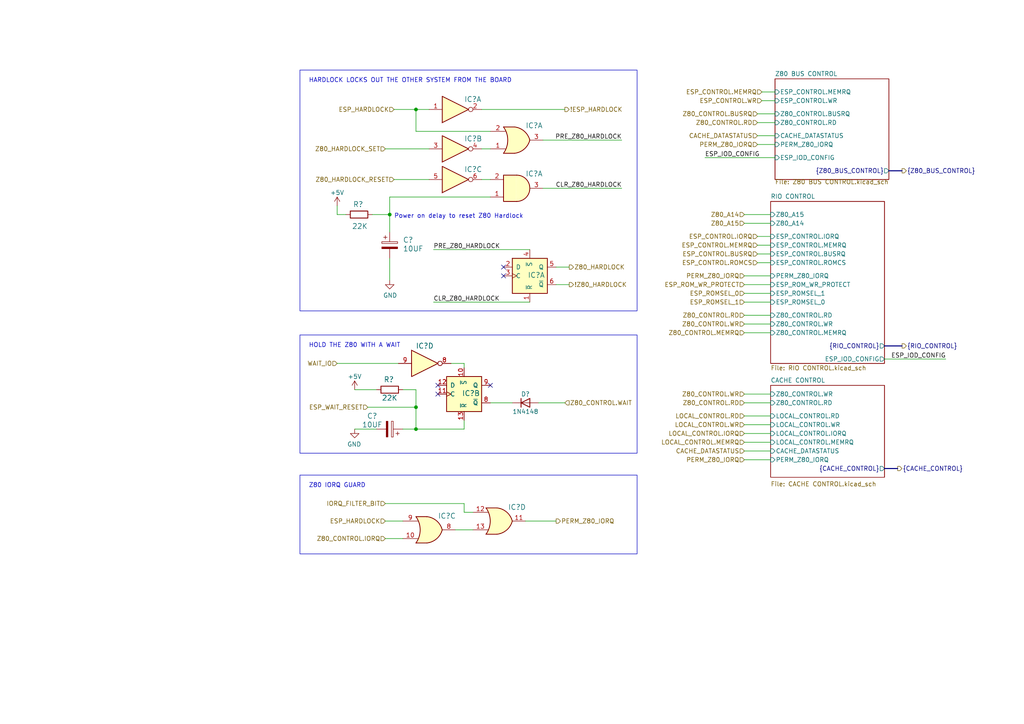
<source format=kicad_sch>
(kicad_sch (version 20230121) (generator eeschema)
  (paper "A4")
  (title_block (comment 1 "This is a 74 series logic implemenation of the GLUE logic for a ZXspectrum FujiNet"))
  (lib_symbols
    (symbol "74xx:74HC04"
      (property "Reference" "U" (at 0 1.27 0))
      (property "Value" "74HC04" (at 0 -1.27 0))
      (symbol "74HC04_1_0"
        (polyline (pts (xy -3.81 3.81) (xy -3.81 -3.81) (xy 3.81 0) (xy -3.81 3.81)) (stroke (width 0.254)) (fill (type background)))
        (pin input line (at -7.62 0 0) (length 3.81) (name "~") (number "1"))
        (pin output inverted (at 7.62 0 180) (length 3.81) (name "~") (number "2"))
      )
      (symbol "74HC04_2_0"
        (polyline (pts (xy -3.81 3.81) (xy -3.81 -3.81) (xy 3.81 0) (xy -3.81 3.81)) (stroke (width 0.254)) (fill (type background)))
        (pin input line (at -7.62 0 0) (length 3.81) (name "~") (number "3"))
        (pin output inverted (at 7.62 0 180) (length 3.81) (name "~") (number "4"))
      )
      (symbol "74HC04_3_0"
        (polyline (pts (xy -3.81 3.81) (xy -3.81 -3.81) (xy 3.81 0) (xy -3.81 3.81)) (stroke (width 0.254)) (fill (type background)))
        (pin input line (at -7.62 0 0) (length 3.81) (name "~") (number "5"))
        (pin output inverted (at 7.62 0 180) (length 3.81) (name "~") (number "6"))
      )
      (symbol "74HC04_4_0"
        (polyline (pts (xy -3.81 3.81) (xy -3.81 -3.81) (xy 3.81 0) (xy -3.81 3.81)) (stroke (width 0.254)) (fill (type background)))
        (pin output inverted (at 7.62 0 180) (length 3.81) (name "~") (number "8"))
        (pin input line (at -7.62 0 0) (length 3.81) (name "~") (number "9"))
      )
      (symbol "74HC04_5_0"
        (polyline (pts (xy -3.81 3.81) (xy -3.81 -3.81) (xy 3.81 0) (xy -3.81 3.81)) (stroke (width 0.254)) (fill (type background)))
        (pin output inverted (at 7.62 0 180) (length 3.81) (name "~") (number "10"))
        (pin input line (at -7.62 0 0) (length 3.81) (name "~") (number "11"))
      )
      (symbol "74HC04_6_0"
        (polyline (pts (xy -3.81 3.81) (xy -3.81 -3.81) (xy 3.81 0) (xy -3.81 3.81)) (stroke (width 0.254)) (fill (type background)))
        (pin output inverted (at 7.62 0 180) (length 3.81) (name "~") (number "12"))
        (pin input line (at -7.62 0 0) (length 3.81) (name "~") (number "13"))
      )
      (symbol "74HC04_7_0"
        (pin power_in line (at 0 12.7 270) (length 5.08) (name "VCC") (number "14"))
        (pin power_in line (at 0 -12.7 90) (length 5.08) (name "GND") (number "7"))
      )
      (symbol "74HC04_7_1"
        (rectangle (start -5.08 7.62) (end 5.08 -7.62) (stroke (width 0.254)) (fill (type background)))
      )
    )
    (symbol "74xx:74HC74" (pin_names (offset 1.016))
      (property "Reference" "U" (at -7.62 8.89 0))
      (property "Value" "74HC74" (at -7.62 -8.89 0))
      (symbol "74HC74_1_0"
        (pin input line (at 0 -7.62 90) (length 2.54) (name "~{R}") (number "1"))
        (pin input line (at -7.62 2.54 0) (length 2.54) (name "D") (number "2"))
        (pin input clock (at -7.62 0 0) (length 2.54) (name "C") (number "3"))
        (pin input line (at 0 7.62 270) (length 2.54) (name "~{S}") (number "4"))
        (pin output line (at 7.62 2.54 180) (length 2.54) (name "Q") (number "5"))
        (pin output line (at 7.62 -2.54 180) (length 2.54) (name "~{Q}") (number "6"))
      )
      (symbol "74HC74_1_1"
        (rectangle (start -5.08 5.08) (end 5.08 -5.08) (stroke (width 0.254)) (fill (type background)))
      )
      (symbol "74HC74_2_0"
        (pin input line (at 0 7.62 270) (length 2.54) (name "~{S}") (number "10"))
        (pin input clock (at -7.62 0 0) (length 2.54) (name "C") (number "11"))
        (pin input line (at -7.62 2.54 0) (length 2.54) (name "D") (number "12"))
        (pin input line (at 0 -7.62 90) (length 2.54) (name "~{R}") (number "13"))
        (pin output line (at 7.62 -2.54 180) (length 2.54) (name "~{Q}") (number "8"))
        (pin output line (at 7.62 2.54 180) (length 2.54) (name "Q") (number "9"))
      )
      (symbol "74HC74_2_1"
        (rectangle (start -5.08 5.08) (end 5.08 -5.08) (stroke (width 0.254)) (fill (type background)))
      )
      (symbol "74HC74_3_0"
        (pin power_in line (at 0 10.16 270) (length 2.54) (name "VCC") (number "14"))
        (pin power_in line (at 0 -10.16 90) (length 2.54) (name "GND") (number "7"))
      )
      (symbol "74HC74_3_1"
        (rectangle (start -5.08 7.62) (end 5.08 -7.62) (stroke (width 0.254)) (fill (type background)))
      )
    )
    (symbol "74xx:74LS08" (pin_names (offset 1.016))
      (property "Reference" "U" (at 0 1.27 0))
      (property "Value" "74LS08" (at 0 -1.27 0))
      (symbol "74LS08_1_1"
        (arc (start 0 -3.81) (mid 3.7934 0) (end 0 3.81) (stroke (width 0.254)) (fill (type background)))
        (polyline (pts (xy 0 3.81) (xy -3.81 3.81) (xy -3.81 -3.81) (xy 0 -3.81)) (stroke (width 0.254)) (fill (type background)))
        (pin input line (at -7.62 2.54 0) (length 3.81) (name "~") (number "1"))
        (pin input line (at -7.62 -2.54 0) (length 3.81) (name "~") (number "2"))
        (pin output line (at 7.62 0 180) (length 3.81) (name "~") (number "3"))
      )
      (symbol "74LS08_1_2"
        (arc (start -3.81 -3.81) (mid -2.589 0) (end -3.81 3.81) (stroke (width 0.254)))
        (arc (start -0.6096 -3.81) (mid 2.1842 -2.5851) (end 3.81 0) (stroke (width 0.254)) (fill (type background)))
        (polyline (pts (xy -3.81 -3.81) (xy -0.635 -3.81)) (stroke (width 0.254)) (fill (type background)))
        (polyline (pts (xy -3.81 3.81) (xy -0.635 3.81)) (stroke (width 0.254)) (fill (type background)))
        (polyline (pts (xy -0.635 3.81) (xy -3.81 3.81) (xy -3.81 3.81) (xy -3.556 3.4036) (xy -3.0226 2.2606) (xy -2.6924 1.0414) (xy -2.6162 -0.254) (xy -2.7686 -1.4986) (xy -3.175 -2.7178) (xy -3.81 -3.81) (xy -3.81 -3.81) (xy -0.635 -3.81)) (stroke (width -25.4)) (fill (type background)))
        (arc (start 3.81 0) (mid 2.1915 2.5936) (end -0.6096 3.81) (stroke (width 0.254)) (fill (type background)))
        (pin input inverted (at -7.62 2.54 0) (length 4.318) (name "~") (number "1"))
        (pin input inverted (at -7.62 -2.54 0) (length 4.318) (name "~") (number "2"))
        (pin output inverted (at 7.62 0 180) (length 3.81) (name "~") (number "3"))
      )
      (symbol "74LS08_2_1"
        (arc (start 0 -3.81) (mid 3.7934 0) (end 0 3.81) (stroke (width 0.254)) (fill (type background)))
        (polyline (pts (xy 0 3.81) (xy -3.81 3.81) (xy -3.81 -3.81) (xy 0 -3.81)) (stroke (width 0.254)) (fill (type background)))
        (pin input line (at -7.62 2.54 0) (length 3.81) (name "~") (number "4"))
        (pin input line (at -7.62 -2.54 0) (length 3.81) (name "~") (number "5"))
        (pin output line (at 7.62 0 180) (length 3.81) (name "~") (number "6"))
      )
      (symbol "74LS08_2_2"
        (arc (start -3.81 -3.81) (mid -2.589 0) (end -3.81 3.81) (stroke (width 0.254)))
        (arc (start -0.6096 -3.81) (mid 2.1842 -2.5851) (end 3.81 0) (stroke (width 0.254)) (fill (type background)))
        (polyline (pts (xy -3.81 -3.81) (xy -0.635 -3.81)) (stroke (width 0.254)) (fill (type background)))
        (polyline (pts (xy -3.81 3.81) (xy -0.635 3.81)) (stroke (width 0.254)) (fill (type background)))
        (polyline (pts (xy -0.635 3.81) (xy -3.81 3.81) (xy -3.81 3.81) (xy -3.556 3.4036) (xy -3.0226 2.2606) (xy -2.6924 1.0414) (xy -2.6162 -0.254) (xy -2.7686 -1.4986) (xy -3.175 -2.7178) (xy -3.81 -3.81) (xy -3.81 -3.81) (xy -0.635 -3.81)) (stroke (width -25.4)) (fill (type background)))
        (arc (start 3.81 0) (mid 2.1915 2.5936) (end -0.6096 3.81) (stroke (width 0.254)) (fill (type background)))
        (pin input inverted (at -7.62 2.54 0) (length 4.318) (name "~") (number "4"))
        (pin input inverted (at -7.62 -2.54 0) (length 4.318) (name "~") (number "5"))
        (pin output inverted (at 7.62 0 180) (length 3.81) (name "~") (number "6"))
      )
      (symbol "74LS08_3_1"
        (arc (start 0 -3.81) (mid 3.7934 0) (end 0 3.81) (stroke (width 0.254)) (fill (type background)))
        (polyline (pts (xy 0 3.81) (xy -3.81 3.81) (xy -3.81 -3.81) (xy 0 -3.81)) (stroke (width 0.254)) (fill (type background)))
        (pin input line (at -7.62 -2.54 0) (length 3.81) (name "~") (number "10"))
        (pin output line (at 7.62 0 180) (length 3.81) (name "~") (number "8"))
        (pin input line (at -7.62 2.54 0) (length 3.81) (name "~") (number "9"))
      )
      (symbol "74LS08_3_2"
        (arc (start -3.81 -3.81) (mid -2.589 0) (end -3.81 3.81) (stroke (width 0.254)))
        (arc (start -0.6096 -3.81) (mid 2.1842 -2.5851) (end 3.81 0) (stroke (width 0.254)) (fill (type background)))
        (polyline (pts (xy -3.81 -3.81) (xy -0.635 -3.81)) (stroke (width 0.254)) (fill (type background)))
        (polyline (pts (xy -3.81 3.81) (xy -0.635 3.81)) (stroke (width 0.254)) (fill (type background)))
        (polyline (pts (xy -0.635 3.81) (xy -3.81 3.81) (xy -3.81 3.81) (xy -3.556 3.4036) (xy -3.0226 2.2606) (xy -2.6924 1.0414) (xy -2.6162 -0.254) (xy -2.7686 -1.4986) (xy -3.175 -2.7178) (xy -3.81 -3.81) (xy -3.81 -3.81) (xy -0.635 -3.81)) (stroke (width -25.4)) (fill (type background)))
        (arc (start 3.81 0) (mid 2.1915 2.5936) (end -0.6096 3.81) (stroke (width 0.254)) (fill (type background)))
        (pin input inverted (at -7.62 -2.54 0) (length 4.318) (name "~") (number "10"))
        (pin output inverted (at 7.62 0 180) (length 3.81) (name "~") (number "8"))
        (pin input inverted (at -7.62 2.54 0) (length 4.318) (name "~") (number "9"))
      )
      (symbol "74LS08_4_1"
        (arc (start 0 -3.81) (mid 3.7934 0) (end 0 3.81) (stroke (width 0.254)) (fill (type background)))
        (polyline (pts (xy 0 3.81) (xy -3.81 3.81) (xy -3.81 -3.81) (xy 0 -3.81)) (stroke (width 0.254)) (fill (type background)))
        (pin output line (at 7.62 0 180) (length 3.81) (name "~") (number "11"))
        (pin input line (at -7.62 2.54 0) (length 3.81) (name "~") (number "12"))
        (pin input line (at -7.62 -2.54 0) (length 3.81) (name "~") (number "13"))
      )
      (symbol "74LS08_4_2"
        (arc (start -3.81 -3.81) (mid -2.589 0) (end -3.81 3.81) (stroke (width 0.254)))
        (arc (start -0.6096 -3.81) (mid 2.1842 -2.5851) (end 3.81 0) (stroke (width 0.254)) (fill (type background)))
        (polyline (pts (xy -3.81 -3.81) (xy -0.635 -3.81)) (stroke (width 0.254)) (fill (type background)))
        (polyline (pts (xy -3.81 3.81) (xy -0.635 3.81)) (stroke (width 0.254)) (fill (type background)))
        (polyline (pts (xy -0.635 3.81) (xy -3.81 3.81) (xy -3.81 3.81) (xy -3.556 3.4036) (xy -3.0226 2.2606) (xy -2.6924 1.0414) (xy -2.6162 -0.254) (xy -2.7686 -1.4986) (xy -3.175 -2.7178) (xy -3.81 -3.81) (xy -3.81 -3.81) (xy -0.635 -3.81)) (stroke (width -25.4)) (fill (type background)))
        (arc (start 3.81 0) (mid 2.1915 2.5936) (end -0.6096 3.81) (stroke (width 0.254)) (fill (type background)))
        (pin output inverted (at 7.62 0 180) (length 3.81) (name "~") (number "11"))
        (pin input inverted (at -7.62 2.54 0) (length 4.318) (name "~") (number "12"))
        (pin input inverted (at -7.62 -2.54 0) (length 4.318) (name "~") (number "13"))
      )
      (symbol "74LS08_5_0"
        (pin power_in line (at 0 12.7 270) (length 5.08) (name "VCC") (number "14"))
        (pin power_in line (at 0 -12.7 90) (length 5.08) (name "GND") (number "7"))
      )
      (symbol "74LS08_5_1"
        (rectangle (start -5.08 7.62) (end 5.08 -7.62) (stroke (width 0.254)) (fill (type background)))
      )
    )
    (symbol "74xx:74LS32" (pin_names (offset 1.016))
      (property "Reference" "U" (at 0 1.27 0))
      (property "Value" "74LS32" (at 0 -1.27 0))
      (symbol "74LS32_1_1"
        (arc (start -3.81 -3.81) (mid -2.589 0) (end -3.81 3.81) (stroke (width 0.254)))
        (arc (start -0.6096 -3.81) (mid 2.1842 -2.5851) (end 3.81 0) (stroke (width 0.254)) (fill (type background)))
        (polyline (pts (xy -3.81 -3.81) (xy -0.635 -3.81)) (stroke (width 0.254)) (fill (type background)))
        (polyline (pts (xy -3.81 3.81) (xy -0.635 3.81)) (stroke (width 0.254)) (fill (type background)))
        (polyline (pts (xy -0.635 3.81) (xy -3.81 3.81) (xy -3.81 3.81) (xy -3.556 3.4036) (xy -3.0226 2.2606) (xy -2.6924 1.0414) (xy -2.6162 -0.254) (xy -2.7686 -1.4986) (xy -3.175 -2.7178) (xy -3.81 -3.81) (xy -3.81 -3.81) (xy -0.635 -3.81)) (stroke (width -25.4)) (fill (type background)))
        (arc (start 3.81 0) (mid 2.1915 2.5936) (end -0.6096 3.81) (stroke (width 0.254)) (fill (type background)))
        (pin input line (at -7.62 2.54 0) (length 4.318) (name "~") (number "1"))
        (pin input line (at -7.62 -2.54 0) (length 4.318) (name "~") (number "2"))
        (pin output line (at 7.62 0 180) (length 3.81) (name "~") (number "3"))
      )
      (symbol "74LS32_1_2"
        (arc (start 0 -3.81) (mid 3.7934 0) (end 0 3.81) (stroke (width 0.254)) (fill (type background)))
        (polyline (pts (xy 0 3.81) (xy -3.81 3.81) (xy -3.81 -3.81) (xy 0 -3.81)) (stroke (width 0.254)) (fill (type background)))
        (pin input inverted (at -7.62 2.54 0) (length 3.81) (name "~") (number "1"))
        (pin input inverted (at -7.62 -2.54 0) (length 3.81) (name "~") (number "2"))
        (pin output inverted (at 7.62 0 180) (length 3.81) (name "~") (number "3"))
      )
      (symbol "74LS32_2_1"
        (arc (start -3.81 -3.81) (mid -2.589 0) (end -3.81 3.81) (stroke (width 0.254)))
        (arc (start -0.6096 -3.81) (mid 2.1842 -2.5851) (end 3.81 0) (stroke (width 0.254)) (fill (type background)))
        (polyline (pts (xy -3.81 -3.81) (xy -0.635 -3.81)) (stroke (width 0.254)) (fill (type background)))
        (polyline (pts (xy -3.81 3.81) (xy -0.635 3.81)) (stroke (width 0.254)) (fill (type background)))
        (polyline (pts (xy -0.635 3.81) (xy -3.81 3.81) (xy -3.81 3.81) (xy -3.556 3.4036) (xy -3.0226 2.2606) (xy -2.6924 1.0414) (xy -2.6162 -0.254) (xy -2.7686 -1.4986) (xy -3.175 -2.7178) (xy -3.81 -3.81) (xy -3.81 -3.81) (xy -0.635 -3.81)) (stroke (width -25.4)) (fill (type background)))
        (arc (start 3.81 0) (mid 2.1915 2.5936) (end -0.6096 3.81) (stroke (width 0.254)) (fill (type background)))
        (pin input line (at -7.62 2.54 0) (length 4.318) (name "~") (number "4"))
        (pin input line (at -7.62 -2.54 0) (length 4.318) (name "~") (number "5"))
        (pin output line (at 7.62 0 180) (length 3.81) (name "~") (number "6"))
      )
      (symbol "74LS32_2_2"
        (arc (start 0 -3.81) (mid 3.7934 0) (end 0 3.81) (stroke (width 0.254)) (fill (type background)))
        (polyline (pts (xy 0 3.81) (xy -3.81 3.81) (xy -3.81 -3.81) (xy 0 -3.81)) (stroke (width 0.254)) (fill (type background)))
        (pin input inverted (at -7.62 2.54 0) (length 3.81) (name "~") (number "4"))
        (pin input inverted (at -7.62 -2.54 0) (length 3.81) (name "~") (number "5"))
        (pin output inverted (at 7.62 0 180) (length 3.81) (name "~") (number "6"))
      )
      (symbol "74LS32_3_1"
        (arc (start -3.81 -3.81) (mid -2.589 0) (end -3.81 3.81) (stroke (width 0.254)))
        (arc (start -0.6096 -3.81) (mid 2.1842 -2.5851) (end 3.81 0) (stroke (width 0.254)) (fill (type background)))
        (polyline (pts (xy -3.81 -3.81) (xy -0.635 -3.81)) (stroke (width 0.254)) (fill (type background)))
        (polyline (pts (xy -3.81 3.81) (xy -0.635 3.81)) (stroke (width 0.254)) (fill (type background)))
        (polyline (pts (xy -0.635 3.81) (xy -3.81 3.81) (xy -3.81 3.81) (xy -3.556 3.4036) (xy -3.0226 2.2606) (xy -2.6924 1.0414) (xy -2.6162 -0.254) (xy -2.7686 -1.4986) (xy -3.175 -2.7178) (xy -3.81 -3.81) (xy -3.81 -3.81) (xy -0.635 -3.81)) (stroke (width -25.4)) (fill (type background)))
        (arc (start 3.81 0) (mid 2.1915 2.5936) (end -0.6096 3.81) (stroke (width 0.254)) (fill (type background)))
        (pin input line (at -7.62 -2.54 0) (length 4.318) (name "~") (number "10"))
        (pin output line (at 7.62 0 180) (length 3.81) (name "~") (number "8"))
        (pin input line (at -7.62 2.54 0) (length 4.318) (name "~") (number "9"))
      )
      (symbol "74LS32_3_2"
        (arc (start 0 -3.81) (mid 3.7934 0) (end 0 3.81) (stroke (width 0.254)) (fill (type background)))
        (polyline (pts (xy 0 3.81) (xy -3.81 3.81) (xy -3.81 -3.81) (xy 0 -3.81)) (stroke (width 0.254)) (fill (type background)))
        (pin input inverted (at -7.62 -2.54 0) (length 3.81) (name "~") (number "10"))
        (pin output inverted (at 7.62 0 180) (length 3.81) (name "~") (number "8"))
        (pin input inverted (at -7.62 2.54 0) (length 3.81) (name "~") (number "9"))
      )
      (symbol "74LS32_4_1"
        (arc (start -3.81 -3.81) (mid -2.589 0) (end -3.81 3.81) (stroke (width 0.254)))
        (arc (start -0.6096 -3.81) (mid 2.1842 -2.5851) (end 3.81 0) (stroke (width 0.254)) (fill (type background)))
        (polyline (pts (xy -3.81 -3.81) (xy -0.635 -3.81)) (stroke (width 0.254)) (fill (type background)))
        (polyline (pts (xy -3.81 3.81) (xy -0.635 3.81)) (stroke (width 0.254)) (fill (type background)))
        (polyline (pts (xy -0.635 3.81) (xy -3.81 3.81) (xy -3.81 3.81) (xy -3.556 3.4036) (xy -3.0226 2.2606) (xy -2.6924 1.0414) (xy -2.6162 -0.254) (xy -2.7686 -1.4986) (xy -3.175 -2.7178) (xy -3.81 -3.81) (xy -3.81 -3.81) (xy -0.635 -3.81)) (stroke (width -25.4)) (fill (type background)))
        (arc (start 3.81 0) (mid 2.1915 2.5936) (end -0.6096 3.81) (stroke (width 0.254)) (fill (type background)))
        (pin output line (at 7.62 0 180) (length 3.81) (name "~") (number "11"))
        (pin input line (at -7.62 2.54 0) (length 4.318) (name "~") (number "12"))
        (pin input line (at -7.62 -2.54 0) (length 4.318) (name "~") (number "13"))
      )
      (symbol "74LS32_4_2"
        (arc (start 0 -3.81) (mid 3.7934 0) (end 0 3.81) (stroke (width 0.254)) (fill (type background)))
        (polyline (pts (xy 0 3.81) (xy -3.81 3.81) (xy -3.81 -3.81) (xy 0 -3.81)) (stroke (width 0.254)) (fill (type background)))
        (pin output inverted (at 7.62 0 180) (length 3.81) (name "~") (number "11"))
        (pin input inverted (at -7.62 2.54 0) (length 3.81) (name "~") (number "12"))
        (pin input inverted (at -7.62 -2.54 0) (length 3.81) (name "~") (number "13"))
      )
      (symbol "74LS32_5_0"
        (pin power_in line (at 0 12.7 270) (length 5.08) (name "VCC") (number "14"))
        (pin power_in line (at 0 -12.7 90) (length 5.08) (name "GND") (number "7"))
      )
      (symbol "74LS32_5_1"
        (rectangle (start -5.08 7.62) (end 5.08 -7.62) (stroke (width 0.254)) (fill (type background)))
      )
    )
    (symbol "Device:C_Polarized" (pin_numbers hide) (pin_names (offset 0.254))
      (property "Reference" "C" (at 0.635 2.54 0))
      (property "Value" "C_Polarized" (at 0.635 -2.54 0))
      (symbol "C_Polarized_0_1"
        (rectangle (start -2.286 0.508) (end 2.286 1.016))
        (polyline (pts (xy -1.778 2.286) (xy -0.762 2.286)))
        (polyline (pts (xy -1.27 2.794) (xy -1.27 1.778)))
        (rectangle (start 2.286 -0.508) (end -2.286 -1.016) (fill (type outline)))
      )
      (symbol "C_Polarized_1_1"
        (pin passive line (at 0 3.81 270) (length 2.794) (name "~") (number "1"))
        (pin passive line (at 0 -3.81 90) (length 2.794) (name "~") (number "2"))
      )
    )
    (symbol "Device:D" (pin_numbers hide) (pin_names (offset 1.016) hide)
      (property "Reference" "D" (at 0 2.54 0))
      (property "Value" "D" (at 0 -2.54 0))
      (symbol "D_0_1"
        (polyline (pts (xy -1.27 1.27) (xy -1.27 -1.27)) (stroke (width 0.254)))
        (polyline (pts (xy 1.27 0) (xy -1.27 0)))
        (polyline (pts (xy 1.27 1.27) (xy 1.27 -1.27) (xy -1.27 0) (xy 1.27 1.27)) (stroke (width 0.254)))
      )
      (symbol "D_1_1"
        (pin passive line (at -3.81 0 0) (length 2.54) (name "K") (number "1"))
        (pin passive line (at 3.81 0 180) (length 2.54) (name "A") (number "2"))
      )
    )
    (symbol "Device:R" (pin_numbers hide) (pin_names (offset 0))
      (property "Reference" "R" (at 2.032 0 90))
      (property "Value" "R" (at 0 0 90))
      (symbol "R_0_1"
        (rectangle (start -1.016 -2.54) (end 1.016 2.54) (stroke (width 0.254)))
      )
      (symbol "R_1_1"
        (pin passive line (at 0 3.81 270) (length 1.27) (name "~") (number "1"))
        (pin passive line (at 0 -3.81 90) (length 1.27) (name "~") (number "2"))
      )
    )
    (symbol "power:+5V" (power) (pin_names (offset 0))
      (property "Value" "+5V" (at 0 3.556 0))
      (symbol "+5V_0_1"
        (polyline (pts (xy -0.762 1.27) (xy 0 2.54)))
        (polyline (pts (xy 0 0) (xy 0 2.54)))
        (polyline (pts (xy 0 2.54) (xy 0.762 1.27)))
      )
      (symbol "+5V_1_1"
        (pin power_in line (at 0 0 90) (length 0) hide (name "+5V") (number "1"))
      )
    )
    (symbol "power:GND" (power) (pin_names (offset 0))
      (property "Value" "GND" (at 0 -3.81 0))
      (symbol "GND_0_1"
        (polyline (pts (xy 0 0) (xy 0 -1.27) (xy 1.27 -1.27) (xy 0 -2.54) (xy -1.27 -1.27) (xy 0 -1.27)))
      )
      (symbol "GND_1_1"
        (pin power_in line (at 0 0 270) (length 0) hide (name "GND") (number "1"))
      )
    )
  )
  (bus_alias "RIO_CONTROL" (members "RIO_CONTROL.A16" "RIO_CONTROL.A15" "RIO_CONTROL.A14" "RIO_CONTROL.WE" "RIO_CONTROL.CE" "RIO_CONTROL.OE" "RIO_CONTROL.ROM_RDY"))
  (bus_alias "Z80_BUS_CONTROL" (members "Z80_BUS_CONTROL.Z80_DATA_DIR" "Z80_BUS_CONTROL.Z80_DATA_OE" "Z80_BUS_CONTROL.Z80_ADD_DIR" "Z80_BUS_CONTROL.Z80_ADD_OE"))
  (bus_alias "CACHE_CONTROL" (members "CACHE_CONTROL.A16" "CACHE_CONTROL.WE" "CACHE_CONTROL.OE" "CACHE_CONTROL.CS" "CACHE_CONTROL.DATASTATUS+PERM_Z80_IORQ"))
  (junction (at 120.65 124.46))
  (junction (at 120.65 31.75))
  (junction (at 113.03 62.23))
  (junction (at 120.65 118.11))
  (no_connect (at 146.05 80.01))
  (no_connect (at 146.05 77.47))
  (no_connect (at 142.24 111.76))
  (no_connect (at 127 111.76))
  (no_connect (at 127 114.3))
  (wire (pts (xy 139.7 43.18) (xy 142.24 43.18)))
  (wire (pts (xy 220.98 29.21) (xy 224.79 29.21)))
  (wire (pts (xy 102.87 113.03) (xy 109.22 113.03)))
  (wire (pts (xy 113.03 57.15) (xy 142.24 57.15)))
  (wire (pts (xy 116.84 124.46) (xy 120.65 124.46)))
  (wire (pts (xy 157.48 54.61) (xy 180.34 54.61)))
  (wire (pts (xy 215.9 91.44) (xy 223.52 91.44)))
  (wire (pts (xy 139.7 31.75) (xy 163.83 31.75)))
  (wire (pts (xy 215.9 85.09) (xy 223.52 85.09)))
  (wire (pts (xy 142.24 38.1) (xy 120.65 38.1)))
  (wire (pts (xy 125.73 72.39) (xy 153.67 72.39)))
  (wire (pts (xy 215.9 114.3) (xy 223.52 114.3)))
  (wire (pts (xy 124.46 52.07) (xy 114.3 52.07)))
  (wire (pts (xy 165.1 77.47) (xy 161.29 77.47)))
  (wire (pts (xy 116.84 151.13) (xy 111.76 151.13)))
  (wire (pts (xy 215.9 125.73) (xy 223.52 125.73)))
  (wire (pts (xy 124.46 43.18) (xy 111.76 43.18)))
  (wire (pts (xy 97.79 105.41) (xy 115.57 105.41)))
  (wire (pts (xy 223.52 133.35) (xy 215.9 133.35)))
  (wire (pts (xy 111.76 146.05) (xy 134.62 146.05)))
  (wire (pts (xy 215.9 80.01) (xy 223.52 80.01)))
  (wire (pts (xy 142.24 116.84) (xy 148.59 116.84)))
  (wire (pts (xy 157.48 40.64) (xy 180.34 40.64)))
  (wire (pts (xy 219.71 41.91) (xy 224.79 41.91)))
  (wire (pts (xy 120.65 113.03) (xy 116.84 113.03)))
  (wire (pts (xy 152.4 151.13) (xy 161.29 151.13)))
  (wire (pts (xy 219.71 35.56) (xy 224.79 35.56)))
  (wire (pts (xy 139.7 52.07) (xy 142.24 52.07)))
  (wire (pts (xy 156.21 116.84) (xy 163.83 116.84)))
  (wire (pts (xy 120.65 124.46) (xy 134.62 124.46)))
  (wire (pts (xy 256.54 104.14) (xy 274.32 104.14)))
  (wire (pts (xy 161.29 82.55) (xy 165.1 82.55)))
  (wire (pts (xy 120.65 118.11) (xy 120.65 124.46)))
  (wire (pts (xy 97.79 59.69) (xy 97.79 62.23)))
  (wire (pts (xy 132.08 153.67) (xy 137.16 153.67)))
  (wire (pts (xy 220.98 26.67) (xy 224.79 26.67)))
  (wire (pts (xy 219.71 33.02) (xy 224.79 33.02)))
  (wire (pts (xy 215.9 82.55) (xy 223.52 82.55)))
  (wire (pts (xy 120.65 31.75) (xy 114.3 31.75)))
  (wire (pts (xy 215.9 62.23) (xy 223.52 62.23)))
  (wire (pts (xy 137.16 148.59) (xy 134.62 148.59)))
  (wire (pts (xy 219.71 71.12) (xy 223.52 71.12)))
  (wire (pts (xy 97.79 62.23) (xy 100.33 62.23)))
  (wire (pts (xy 219.71 76.2) (xy 223.52 76.2)))
  (wire (pts (xy 134.62 106.68) (xy 134.62 105.41)))
  (wire (pts (xy 215.9 120.65) (xy 223.52 120.65)))
  (wire (pts (xy 134.62 148.59) (xy 134.62 146.05)))
  (wire (pts (xy 204.47 45.72) (xy 224.79 45.72)))
  (bus (pts (xy 260.35 135.89) (xy 256.54 135.89)))
  (wire (pts (xy 219.71 68.58) (xy 223.52 68.58)))
  (wire (pts (xy 215.9 93.98) (xy 223.52 93.98)))
  (wire (pts (xy 215.9 128.27) (xy 223.52 128.27)))
  (wire (pts (xy 120.65 38.1) (xy 120.65 31.75)))
  (wire (pts (xy 116.84 156.21) (xy 111.76 156.21)))
  (wire (pts (xy 130.81 105.41) (xy 134.62 105.41)))
  (wire (pts (xy 215.9 96.52) (xy 223.52 96.52)))
  (wire (pts (xy 120.65 113.03) (xy 120.65 118.11)))
  (wire (pts (xy 107.95 62.23) (xy 113.03 62.23)))
  (wire (pts (xy 113.03 62.23) (xy 113.03 67.31)))
  (wire (pts (xy 215.9 64.77) (xy 223.52 64.77)))
  (wire (pts (xy 125.73 87.63) (xy 153.67 87.63)))
  (wire (pts (xy 113.03 57.15) (xy 113.03 62.23)))
  (wire (pts (xy 215.9 130.81) (xy 223.52 130.81)))
  (wire (pts (xy 215.9 87.63) (xy 223.52 87.63)))
  (wire (pts (xy 219.71 73.66) (xy 223.52 73.66)))
  (wire (pts (xy 219.71 39.37) (xy 224.79 39.37)))
  (wire (pts (xy 113.03 74.93) (xy 113.03 81.28)))
  (bus (pts (xy 257.81 49.53) (xy 261.62 49.53)))
  (wire (pts (xy 124.46 31.75) (xy 120.65 31.75)))
  (wire (pts (xy 215.9 116.84) (xy 223.52 116.84)))
  (wire (pts (xy 215.9 123.19) (xy 223.52 123.19)))
  (bus (pts (xy 256.54 100.33) (xy 261.62 100.33)))
  (wire (pts (xy 102.87 124.46) (xy 109.22 124.46)))
  (wire (pts (xy 134.62 124.46) (xy 134.62 121.92)))
  (wire (pts (xy 106.68 118.11) (xy 120.65 118.11)))
  (rectangle (start 86.995 97.155) (end 184.785 131.445))
  (rectangle (start 86.995 20.32) (end 184.785 90.17))
  (rectangle (start 86.995 137.795) (end 184.785 160.655))
  (text "HARDLOCK LOCKS OUT THE OTHER SYSTEM FROM THE BOARD" (at 89.535 24.13 0) (effects (font (size 1.27 1.27)) (justify left bottom)))
  (text "Power on delay to reset Z80 Hardlock\n" (at 114.3 63.5 0) (effects (font (size 1.27 1.27)) (justify left bottom)))
  (text "HOLD THE Z80 WITH A WAIT" (at 89.535 100.965 0) (effects (font (size 1.27 1.27)) (justify left bottom)))
  (text "Z80 IORQ GUARD" (at 89.535 141.605 0) (effects (font (size 1.27 1.27)) (justify left bottom)))
  (label "CLR_Z80_HARDLOCK" (at 125.73 87.63 0))
  (label "PRE_Z80_HARDLOCK" (at 180.34 40.64 180))
  (label "ESP_IOD_CONFIG" (at 204.47 45.72 0))
  (label "ESP_IOD_CONFIG" (at 274.32 104.14 180))
  (label "CLR_Z80_HARDLOCK" (at 180.34 54.61 180))
  (label "PRE_Z80_HARDLOCK" (at 125.73 72.39 0))
  (hierarchical_label "PERM_Z80_IORQ" (shape output) (at 161.29 151.13 0))
  (hierarchical_label "{Z80_BUS_CONTROL}" (shape output) (at 261.62 49.53 0))
  (hierarchical_label "LOCAL_CONTROL.WR" (shape input) (at 215.9 123.19 180))
  (hierarchical_label "Z80_CONTROL.BUSRQ" (shape input) (at 219.71 33.02 180))
  (hierarchical_label "ESP_ROMSEL_0" (shape input) (at 215.9 85.09 180))
  (hierarchical_label "{RIO_CONTROL}" (shape output) (at 261.62 100.33 0))
  (hierarchical_label "ESP_CONTROL.MEMRQ" (shape input) (at 220.98 26.67 180))
  (hierarchical_label "ESP_ROMSEL_1" (shape input) (at 215.9 87.63 180))
  (hierarchical_label "WAIT_IO" (shape input) (at 97.79 105.41 180))
  (hierarchical_label "Z80_HARDLOCK" (shape output) (at 165.1 77.47 0))
  (hierarchical_label "LOCAL_CONTROL.IORQ" (shape input) (at 215.9 125.73 180))
  (hierarchical_label "Z80_CONTROL.WR" (shape input) (at 215.9 93.98 180))
  (hierarchical_label "CACHE_DATASTATUS" (shape input) (at 219.71 39.37 180))
  (hierarchical_label "Z80_CONTROL.MEMRQ" (shape input) (at 215.9 96.52 180))
  (hierarchical_label "Z80_CONTROL.RD" (shape input) (at 219.71 35.56 180))
  (hierarchical_label "LOCAL_CONTROL.RD" (shape input) (at 215.9 120.65 180))
  (hierarchical_label "{CACHE_CONTROL}" (shape output) (at 260.35 135.89 0))
  (hierarchical_label "ESP_HARDLOCK" (shape input) (at 111.76 151.13 180))
  (hierarchical_label "ESP_CONTROL.MEMRQ" (shape input) (at 219.71 71.12 180))
  (hierarchical_label "ESP_CONTROL.BUSRQ" (shape input) (at 219.71 73.66 180))
  (hierarchical_label "ESP_CONTROL.ROMCS" (shape input) (at 219.71 76.2 180))
  (hierarchical_label "Z80_CONTROL.RD" (shape input) (at 215.9 91.44 180))
  (hierarchical_label "Z80_A15" (shape input) (at 215.9 64.77 180))
  (hierarchical_label "Z80_CONTROL.IORQ" (shape input) (at 111.76 156.21 180))
  (hierarchical_label "ESP_CONTROL.WR" (shape input) (at 220.98 29.21 180))
  (hierarchical_label "CACHE_DATASTATUS" (shape input) (at 215.9 130.81 180))
  (hierarchical_label "ESP_HARDLOCK" (shape input) (at 114.3 31.75 180))
  (hierarchical_label "ESP_ROM_WR_PROTECT" (shape input) (at 215.9 82.55 180))
  (hierarchical_label "!ESP_HARDLOCK" (shape output) (at 163.83 31.75 0))
  (hierarchical_label "Z80_HARDLOCK_RESET" (shape input) (at 114.3 52.07 180))
  (hierarchical_label "IORQ_FILTER_BIT" (shape input) (at 111.76 146.05 180))
  (hierarchical_label "PERM_Z80_IORQ" (shape input) (at 215.9 80.01 180))
  (hierarchical_label "PERM_Z80_IORQ" (shape input) (at 215.9 133.35 180))
  (hierarchical_label "Z80_A14" (shape input) (at 215.9 62.23 180))
  (hierarchical_label "LOCAL_CONTROL.MEMRQ" (shape input) (at 215.9 128.27 180))
  (hierarchical_label "Z80_HARDLOCK_SET" (shape input) (at 111.76 43.18 180))
  (hierarchical_label "Z80_CONTROL.WR" (shape input) (at 215.9 114.3 180))
  (hierarchical_label "ESP_CONTROL.IORQ" (shape input) (at 219.71 68.58 180))
  (hierarchical_label "ESP_WAIT_RESET" (shape input) (at 106.68 118.11 180))
  (hierarchical_label "PERM_Z80_IORQ" (shape input) (at 219.71 41.91 180))
  (hierarchical_label "Z80_CONTROL.RD" (shape input) (at 215.9 116.84 180))
  (hierarchical_label "Z80_CONTROL.WAIT" (shape input) (at 163.83 116.84 0))
  (hierarchical_label "!Z80_HARDLOCK" (shape output) (at 165.1 82.55 0))
  (symbol (lib_id "74xx:74HC04") (at 132.08 43.18 0) (mirror x) (unit 2)
    (property "Reference" "IC?" (at 134.62 39.37 0) (effects (font (size 1.4986 1.4986)) (justify left bottom)))
    (property "Value" "7404N" (effects hide))
    (property "Footprint" "Package_DIP:DIP-14_W7.62mm_Socket" (effects hide))
    (property "Datasheet" "https://assets.nexperia.com/documents/data-sheet/74HC_HCT04.pdf" (effects hide))
  )
  (symbol (lib_id "74xx:74HC04") (at 132.08 31.75 0) (mirror x) (unit 1)
    (property "Reference" "IC?" (at 134.62 27.94 0) (effects (font (size 1.4986 1.4986)) (justify left bottom)))
    (property "Value" "7404N" (effects hide))
    (property "Footprint" "Package_DIP:DIP-14_W7.62mm_Socket" (effects hide))
    (property "Datasheet" "https://assets.nexperia.com/documents/data-sheet/74HC_HCT04.pdf" (effects hide))
  )
  (symbol (lib_id "power:+5V") (at 102.87 113.03 0) (unit 1)
    (property "Reference" "#PWR?" (effects hide))
    (property "Value" "+5V" (at 102.87 109.22 0))
  )
  (symbol (lib_id "Device:R") (at 113.03 113.03 90) (unit 1)
    (property "Reference" "R?" (at 114.3 109.22 90) (effects (font (size 1.4986 1.4986)) (justify left bottom)))
    (property "Value" "22K" (at 115.316 114.554 90) (effects (font (size 1.4986 1.4986)) (justify left bottom)))
    (property "Footprint" "Resistor_THT:R_Axial_DIN0207_L6.3mm_D2.5mm_P10.16mm_Horizontal" (effects hide))
  )
  (symbol (lib_id "74xx:74HC04") (at 123.19 105.41 0) (unit 4)
    (property "Reference" "IC?" (at 123.19 100.33 0) (effects (font (size 1.4986 1.4986))))
    (property "Value" "7404N" (effects hide))
    (property "Footprint" "Package_DIP:DIP-14_W7.62mm_Socket" (effects hide))
    (property "Datasheet" "https://assets.nexperia.com/documents/data-sheet/74HC_HCT04.pdf" (effects hide))
  )
  (symbol (lib_id "74xx:74LS08") (at 149.86 54.61 0) (mirror x) (unit 1)
    (property "Reference" "IC?" (at 152.4 49.53 0) (effects (font (size 1.4986 1.4986)) (justify left bottom)))
    (property "Value" "74HC08N" (effects hide))
    (property "Footprint" "Package_DIP:DIP-14_W7.62mm_Socket" (effects hide))
    (property "Datasheet" "http://www.ti.com/lit/gpn/sn74LS08" (effects hide))
  )
  (symbol (lib_id "74xx:74LS32") (at 144.78 151.13 0) (unit 4)
    (property "Reference" "IC?" (at 147.32 147.955 0) (effects (font (size 1.4986 1.4986)) (justify left bottom)))
    (property "Value" "74HC32N" (effects hide))
    (property "Footprint" "Package_DIP:DIP-14_W7.62mm_Socket" (effects hide))
    (property "Datasheet" "http://www.ti.com/lit/gpn/sn74LS32" (effects hide))
  )
  (symbol (lib_id "74xx:74HC74") (at 134.62 114.3 0) (unit 2)
    (property "Reference" "IC?" (at 133.985 114.935 0) (effects (font (size 1.4986 1.4986)) (justify left bottom)))
    (property "Value" "7474N" (effects hide))
    (property "Footprint" "Package_DIP:DIP-14_W7.62mm_Socket" (effects hide))
    (property "Datasheet" "74xx/74hc_hct74.pdf" (effects hide))
  )
  (symbol (lib_id "74xx:74HC04") (at 132.08 52.07 0) (mirror x) (unit 3)
    (property "Reference" "IC?" (at 134.62 48.26 0) (effects (font (size 1.4986 1.4986)) (justify left bottom)))
    (property "Value" "7404N" (effects hide))
    (property "Footprint" "Package_DIP:DIP-14_W7.62mm_Socket" (effects hide))
    (property "Datasheet" "https://assets.nexperia.com/documents/data-sheet/74HC_HCT04.pdf" (effects hide))
  )
  (symbol (lib_id "Device:C_Polarized") (at 113.03 71.12 0) (unit 1)
    (property "Reference" "C?" (at 116.84 69.596 0) (effects (font (size 1.4986 1.4986)) (justify left)))
    (property "Value" "10UF" (at 116.84 72.136 0) (effects (font (size 1.4986 1.4986)) (justify left)))
    (property "Footprint" "Capacitor_THT:CP_Radial_D8.0mm_P5.00mm" (effects hide))
  )
  (symbol (lib_id "power:GND") (at 113.03 81.28 0) (unit 1)
    (property "Reference" "#PWR?" (effects hide))
    (property "Value" "GND" (at 113.157 85.6742 0))
  )
  (symbol (lib_id "74xx:74HC74") (at 153.67 80.01 0) (unit 1)
    (property "Reference" "IC?" (at 153.035 80.645 0) (effects (font (size 1.4986 1.4986)) (justify left bottom)))
    (property "Value" "7474N" (effects hide))
    (property "Footprint" "Package_DIP:DIP-14_W7.62mm_Socket" (effects hide))
    (property "Datasheet" "74xx/74hc_hct74.pdf" (effects hide))
  )
  (symbol (lib_id "Device:C_Polarized") (at 113.03 124.46 270) (mirror x) (unit 1)
    (property "Reference" "C?" (at 107.95 120.65 90) (effects (font (size 1.4986 1.4986))))
    (property "Value" "10UF" (at 107.95 123.19 90) (effects (font (size 1.4986 1.4986))))
    (property "Footprint" "Capacitor_THT:CP_Radial_D8.0mm_P5.00mm" (effects hide))
  )
  (symbol (lib_id "Device:R") (at 104.14 62.23 90) (unit 1)
    (property "Reference" "R?" (at 105.41 58.42 90) (effects (font (size 1.4986 1.4986)) (justify left bottom)))
    (property "Value" "22K" (at 106.68 64.77 90) (effects (font (size 1.4986 1.4986)) (justify left bottom)))
    (property "Footprint" "Resistor_THT:R_Axial_DIN0207_L6.3mm_D2.5mm_P10.16mm_Horizontal" (effects hide))
  )
  (symbol (lib_id "power:GND") (at 102.87 124.46 0) (mirror y) (unit 1)
    (property "Reference" "#PWR?" (effects hide))
    (property "Value" "GND" (at 102.743 128.8542 0))
  )
  (symbol (lib_id "74xx:74LS32") (at 149.86 40.64 0) (mirror x) (unit 1)
    (property "Reference" "IC?" (at 152.4 35.56 0) (effects (font (size 1.4986 1.4986)) (justify left bottom)))
    (property "Value" "74HC32N" (effects hide))
    (property "Footprint" "Package_DIP:DIP-14_W7.62mm_Socket" (effects hide))
    (property "Datasheet" "http://www.ti.com/lit/gpn/sn74LS32" (effects hide))
  )
  (symbol (lib_id "power:+5V") (at 97.79 59.69 0) (unit 1)
    (property "Reference" "#PWR?" (effects hide))
    (property "Value" "+5V" (at 97.79 55.88 0))
  )
  (symbol (lib_id "Device:D") (at 152.4 116.84 0) (unit 1)
    (property "Reference" "D?" (at 152.4 114.3 0))
    (property "Value" "1N4148" (at 152.4 119.38 0))
    (property "Footprint" "Diode_THT:D_T-1_P5.08mm_Horizontal" (effects hide))
  )
  (symbol (lib_id "74xx:74LS32") (at 124.46 153.67 0) (unit 3)
    (property "Reference" "IC?" (at 127 150.495 0) (effects (font (size 1.4986 1.4986)) (justify left bottom)))
    (property "Value" "74HC32N" (effects hide))
    (property "Footprint" "Package_DIP:DIP-14_W7.62mm_Socket" (effects hide))
    (property "Datasheet" "http://www.ti.com/lit/gpn/sn74LS32" (effects hide))
  )
  (sheet (at 223.52 58.42) (size 33.02 46.99) (stroke (width 0.1524))
    (property "Sheetname" "RIO CONTROL" (at 223.52 57.7084 0) (effects (justify left bottom)))
    (property "Sheetfile" "RIO CONTROL.kicad_sch" (at 223.52 105.9946 0) (effects (justify left top)))
    (pin "ESP_ROMSEL_1" input (at 223.52 85.09 180))
    (pin "ESP_ROMSEL_0" input (at 223.52 87.63 180))
    (pin "ESP_IOD_CONFIG" output (at 256.54 104.14 0))
    (pin "{RIO_CONTROL}" output (at 256.54 100.33 0))
    (pin "PERM_Z80_IORQ" input (at 223.52 80.01 180))
    (pin "ESP_ROM_WR_PROTECT" input (at 223.52 82.55 180))
    (pin "Z80_A14" input (at 223.52 64.77 180))
    (pin "Z80_A15" input (at 223.52 62.23 180))
    (pin "ESP_CONTROL.ROMCS" input (at 223.52 76.2 180))
    (pin "ESP_CONTROL.MEMRQ" input (at 223.52 71.12 180))
    (pin "ESP_CONTROL.IORQ" input (at 223.52 68.58 180))
    (pin "ESP_CONTROL.BUSRQ" input (at 223.52 73.66 180))
    (pin "Z80_CONTROL.RD" input (at 223.52 91.44 180))
    (pin "Z80_CONTROL.WR" input (at 223.52 93.98 180))
    (pin "Z80_CONTROL.MEMRQ" input (at 223.52 96.52 180))
  )
  (sheet (at 224.79 22.86) (size 33.02 29.21) (stroke (width 0.1524))
    (property "Sheetname" "Z80 BUS CONTROL" (at 224.79 22.1484 0) (effects (justify left bottom)))
    (property "Sheetfile" "Z80 BUS CONTROL.kicad_sch" (at 224.79 52.0196 0) (effects (justify left top)))
    (pin "PERM_Z80_IORQ" input (at 224.79 41.91 180))
    (pin "ESP_IOD_CONFIG" input (at 224.79 45.72 180))
    (pin "{Z80_BUS_CONTROL}" output (at 257.81 49.53 0))
    (pin "CACHE_DATASTATUS" input (at 224.79 39.37 180))
    (pin "ESP_CONTROL.MEMRQ" input (at 224.79 26.67 180))
    (pin "ESP_CONTROL.WR" input (at 224.79 29.21 180))
    (pin "Z80_CONTROL.BUSRQ" input (at 224.79 33.02 180))
    (pin "Z80_CONTROL.RD" input (at 224.79 35.56 180))
  )
  (sheet (at 223.52 111.76) (size 33.02 26.67) (stroke (width 0.1524))
    (property "Sheetname" "CACHE CONTROL" (at 223.52 111.0484 0) (effects (justify left bottom)))
    (property "Sheetfile" "CACHE CONTROL.kicad_sch" (at 223.52 139.6496 0) (effects (justify left top)))
    (pin "CACHE_DATASTATUS" input (at 223.52 130.81 180))
    (pin "PERM_Z80_IORQ" input (at 223.52 133.35 180))
    (pin "{CACHE_CONTROL}" output (at 256.54 135.89 0))
    (pin "Z80_CONTROL.WR" input (at 223.52 114.3 180))
    (pin "Z80_CONTROL.RD" input (at 223.52 116.84 180))
    (pin "LOCAL_CONTROL.IORQ" input (at 223.52 125.73 180))
    (pin "LOCAL_CONTROL.WR" input (at 223.52 123.19 180))
    (pin "LOCAL_CONTROL.MEMRQ" input (at 223.52 128.27 180))
    (pin "LOCAL_CONTROL.RD" input (at 223.52 120.65 180))
  )
)
</source>
